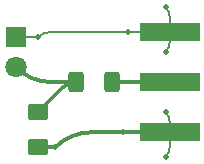
<source format=gtl>
%TF.GenerationSoftware,KiCad,Pcbnew,6.0.2-378541a8eb~116~ubuntu20.04.1*%
%TF.CreationDate,2022-02-26T16:05:58-06:00*%
%TF.ProjectId,sma_to_led,736d615f-746f-45f6-9c65-642e6b696361,1.0*%
%TF.SameCoordinates,Original*%
%TF.FileFunction,Copper,L1,Top*%
%TF.FilePolarity,Positive*%
%FSLAX46Y46*%
G04 Gerber Fmt 4.6, Leading zero omitted, Abs format (unit mm)*
G04 Created by KiCad (PCBNEW 6.0.2-378541a8eb~116~ubuntu20.04.1) date 2022-02-26 16:05:58*
%MOMM*%
%LPD*%
G01*
G04 APERTURE LIST*
G04 Aperture macros list*
%AMRoundRect*
0 Rectangle with rounded corners*
0 $1 Rounding radius*
0 $2 $3 $4 $5 $6 $7 $8 $9 X,Y pos of 4 corners*
0 Add a 4 corners polygon primitive as box body*
4,1,4,$2,$3,$4,$5,$6,$7,$8,$9,$2,$3,0*
0 Add four circle primitives for the rounded corners*
1,1,$1+$1,$2,$3*
1,1,$1+$1,$4,$5*
1,1,$1+$1,$6,$7*
1,1,$1+$1,$8,$9*
0 Add four rect primitives between the rounded corners*
20,1,$1+$1,$2,$3,$4,$5,0*
20,1,$1+$1,$4,$5,$6,$7,0*
20,1,$1+$1,$6,$7,$8,$9,0*
20,1,$1+$1,$8,$9,$2,$3,0*%
G04 Aperture macros list end*
%TA.AperFunction,SMDPad,CuDef*%
%ADD10R,5.080000X1.500000*%
%TD*%
%TA.AperFunction,SMDPad,CuDef*%
%ADD11RoundRect,0.250001X0.624999X-0.462499X0.624999X0.462499X-0.624999X0.462499X-0.624999X-0.462499X0*%
%TD*%
%TA.AperFunction,SMDPad,CuDef*%
%ADD12RoundRect,0.250000X0.400000X0.625000X-0.400000X0.625000X-0.400000X-0.625000X0.400000X-0.625000X0*%
%TD*%
%TA.AperFunction,ComponentPad*%
%ADD13R,1.800000X1.800000*%
%TD*%
%TA.AperFunction,ComponentPad*%
%ADD14C,1.800000*%
%TD*%
%TA.AperFunction,ViaPad*%
%ADD15C,0.508000*%
%TD*%
%TA.AperFunction,Conductor*%
%ADD16C,0.304800*%
%TD*%
%TA.AperFunction,Conductor*%
%ADD17C,0.152400*%
%TD*%
G04 APERTURE END LIST*
D10*
%TO.P,J1,1,In*%
%TO.N,/Vin*%
X124177500Y-88900000D03*
%TO.P,J1,2,Ext*%
%TO.N,GND*%
X124177500Y-93150000D03*
X124177500Y-84650000D03*
%TD*%
D11*
%TO.P,D1,1,K*%
%TO.N,GND*%
X113030000Y-94415000D03*
%TO.P,D1,2,A*%
%TO.N,/RtoLED*%
X113030000Y-91440000D03*
%TD*%
D12*
%TO.P,R1,1*%
%TO.N,/Vin*%
X119310000Y-88900000D03*
%TO.P,R1,2*%
%TO.N,/RtoLED*%
X116210000Y-88900000D03*
%TD*%
D13*
%TO.P,D2,1,K*%
%TO.N,GND*%
X111125000Y-85090000D03*
D14*
%TO.P,D2,2,A*%
%TO.N,/RtoLED*%
X111125000Y-87630000D03*
%TD*%
D15*
%TO.N,GND*%
X123825000Y-95250000D03*
X123825000Y-91440000D03*
X123825000Y-86360000D03*
X123825000Y-82550000D03*
X114500000Y-94415000D03*
X113030000Y-85090000D03*
X120210000Y-93150000D03*
X120653266Y-84637931D03*
%TD*%
D16*
%TO.N,GND*%
X117553980Y-93150000D02*
X120210000Y-93150000D01*
D17*
X113030000Y-85090000D02*
X111125000Y-85090000D01*
X124177500Y-84650000D02*
X114092253Y-84650000D01*
X124177500Y-92291010D02*
X124177500Y-93150000D01*
D16*
X113030000Y-94415000D02*
X114500000Y-94415000D01*
D17*
X124177500Y-83401010D02*
X124177500Y-84650000D01*
X124177500Y-85508990D02*
X124177500Y-84650000D01*
D16*
X120210000Y-93150000D02*
X124177500Y-93150000D01*
D17*
X124177500Y-94398990D02*
X124177500Y-93150000D01*
X124177500Y-92291010D02*
G75*
G03*
X123825000Y-91440000I-1203514J-2D01*
G01*
X124177500Y-85508990D02*
G75*
G02*
X123825000Y-86360000I-1203502J-3D01*
G01*
X124177500Y-94398990D02*
G75*
G02*
X123825000Y-95250000I-1203502J-3D01*
G01*
X113030000Y-85090000D02*
G75*
G02*
X114092253Y-84650000I1062252J-1062250D01*
G01*
D16*
X117553980Y-93150001D02*
G75*
G03*
X114500001Y-94415001I1J-4318982D01*
G01*
D17*
X124177500Y-83401010D02*
G75*
G03*
X123825000Y-82550000I-1203514J-2D01*
G01*
D16*
%TO.N,/RtoLED*%
X116210000Y-88900000D02*
X114191051Y-88900000D01*
X115117451Y-89352548D02*
X113030000Y-91440000D01*
X115117451Y-89352548D02*
G75*
G02*
X116210000Y-88900000I1092552J-1092559D01*
G01*
X111125000Y-87630000D02*
G75*
G03*
X114191051Y-88900000I3066050J3066047D01*
G01*
%TO.N,/Vin*%
X119310000Y-88900000D02*
X124177500Y-88900000D01*
%TD*%
M02*

</source>
